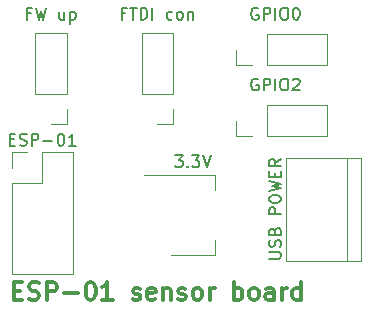
<source format=gbr>
G04 #@! TF.FileFunction,Legend,Top*
%FSLAX46Y46*%
G04 Gerber Fmt 4.6, Leading zero omitted, Abs format (unit mm)*
G04 Created by KiCad (PCBNEW 4.0.2-stable) date 11.2.2018 14.28.50*
%MOMM*%
G01*
G04 APERTURE LIST*
%ADD10C,0.100000*%
%ADD11C,0.300000*%
%ADD12C,0.120000*%
%ADD13C,0.150000*%
G04 APERTURE END LIST*
D10*
D11*
X180857144Y-134392857D02*
X181357144Y-134392857D01*
X181571430Y-135178571D02*
X180857144Y-135178571D01*
X180857144Y-133678571D01*
X181571430Y-133678571D01*
X182142858Y-135107143D02*
X182357144Y-135178571D01*
X182714287Y-135178571D01*
X182857144Y-135107143D01*
X182928573Y-135035714D01*
X183000001Y-134892857D01*
X183000001Y-134750000D01*
X182928573Y-134607143D01*
X182857144Y-134535714D01*
X182714287Y-134464286D01*
X182428573Y-134392857D01*
X182285715Y-134321429D01*
X182214287Y-134250000D01*
X182142858Y-134107143D01*
X182142858Y-133964286D01*
X182214287Y-133821429D01*
X182285715Y-133750000D01*
X182428573Y-133678571D01*
X182785715Y-133678571D01*
X183000001Y-133750000D01*
X183642858Y-135178571D02*
X183642858Y-133678571D01*
X184214286Y-133678571D01*
X184357144Y-133750000D01*
X184428572Y-133821429D01*
X184500001Y-133964286D01*
X184500001Y-134178571D01*
X184428572Y-134321429D01*
X184357144Y-134392857D01*
X184214286Y-134464286D01*
X183642858Y-134464286D01*
X185142858Y-134607143D02*
X186285715Y-134607143D01*
X187285715Y-133678571D02*
X187428572Y-133678571D01*
X187571429Y-133750000D01*
X187642858Y-133821429D01*
X187714287Y-133964286D01*
X187785715Y-134250000D01*
X187785715Y-134607143D01*
X187714287Y-134892857D01*
X187642858Y-135035714D01*
X187571429Y-135107143D01*
X187428572Y-135178571D01*
X187285715Y-135178571D01*
X187142858Y-135107143D01*
X187071429Y-135035714D01*
X187000001Y-134892857D01*
X186928572Y-134607143D01*
X186928572Y-134250000D01*
X187000001Y-133964286D01*
X187071429Y-133821429D01*
X187142858Y-133750000D01*
X187285715Y-133678571D01*
X189214286Y-135178571D02*
X188357143Y-135178571D01*
X188785715Y-135178571D02*
X188785715Y-133678571D01*
X188642858Y-133892857D01*
X188500000Y-134035714D01*
X188357143Y-134107143D01*
X190928571Y-135107143D02*
X191071428Y-135178571D01*
X191357143Y-135178571D01*
X191500000Y-135107143D01*
X191571428Y-134964286D01*
X191571428Y-134892857D01*
X191500000Y-134750000D01*
X191357143Y-134678571D01*
X191142857Y-134678571D01*
X191000000Y-134607143D01*
X190928571Y-134464286D01*
X190928571Y-134392857D01*
X191000000Y-134250000D01*
X191142857Y-134178571D01*
X191357143Y-134178571D01*
X191500000Y-134250000D01*
X192785714Y-135107143D02*
X192642857Y-135178571D01*
X192357143Y-135178571D01*
X192214286Y-135107143D01*
X192142857Y-134964286D01*
X192142857Y-134392857D01*
X192214286Y-134250000D01*
X192357143Y-134178571D01*
X192642857Y-134178571D01*
X192785714Y-134250000D01*
X192857143Y-134392857D01*
X192857143Y-134535714D01*
X192142857Y-134678571D01*
X193500000Y-134178571D02*
X193500000Y-135178571D01*
X193500000Y-134321429D02*
X193571428Y-134250000D01*
X193714286Y-134178571D01*
X193928571Y-134178571D01*
X194071428Y-134250000D01*
X194142857Y-134392857D01*
X194142857Y-135178571D01*
X194785714Y-135107143D02*
X194928571Y-135178571D01*
X195214286Y-135178571D01*
X195357143Y-135107143D01*
X195428571Y-134964286D01*
X195428571Y-134892857D01*
X195357143Y-134750000D01*
X195214286Y-134678571D01*
X195000000Y-134678571D01*
X194857143Y-134607143D01*
X194785714Y-134464286D01*
X194785714Y-134392857D01*
X194857143Y-134250000D01*
X195000000Y-134178571D01*
X195214286Y-134178571D01*
X195357143Y-134250000D01*
X196285715Y-135178571D02*
X196142857Y-135107143D01*
X196071429Y-135035714D01*
X196000000Y-134892857D01*
X196000000Y-134464286D01*
X196071429Y-134321429D01*
X196142857Y-134250000D01*
X196285715Y-134178571D01*
X196500000Y-134178571D01*
X196642857Y-134250000D01*
X196714286Y-134321429D01*
X196785715Y-134464286D01*
X196785715Y-134892857D01*
X196714286Y-135035714D01*
X196642857Y-135107143D01*
X196500000Y-135178571D01*
X196285715Y-135178571D01*
X197428572Y-135178571D02*
X197428572Y-134178571D01*
X197428572Y-134464286D02*
X197500000Y-134321429D01*
X197571429Y-134250000D01*
X197714286Y-134178571D01*
X197857143Y-134178571D01*
X199500000Y-135178571D02*
X199500000Y-133678571D01*
X199500000Y-134250000D02*
X199642857Y-134178571D01*
X199928571Y-134178571D01*
X200071428Y-134250000D01*
X200142857Y-134321429D01*
X200214286Y-134464286D01*
X200214286Y-134892857D01*
X200142857Y-135035714D01*
X200071428Y-135107143D01*
X199928571Y-135178571D01*
X199642857Y-135178571D01*
X199500000Y-135107143D01*
X201071429Y-135178571D02*
X200928571Y-135107143D01*
X200857143Y-135035714D01*
X200785714Y-134892857D01*
X200785714Y-134464286D01*
X200857143Y-134321429D01*
X200928571Y-134250000D01*
X201071429Y-134178571D01*
X201285714Y-134178571D01*
X201428571Y-134250000D01*
X201500000Y-134321429D01*
X201571429Y-134464286D01*
X201571429Y-134892857D01*
X201500000Y-135035714D01*
X201428571Y-135107143D01*
X201285714Y-135178571D01*
X201071429Y-135178571D01*
X202857143Y-135178571D02*
X202857143Y-134392857D01*
X202785714Y-134250000D01*
X202642857Y-134178571D01*
X202357143Y-134178571D01*
X202214286Y-134250000D01*
X202857143Y-135107143D02*
X202714286Y-135178571D01*
X202357143Y-135178571D01*
X202214286Y-135107143D01*
X202142857Y-134964286D01*
X202142857Y-134821429D01*
X202214286Y-134678571D01*
X202357143Y-134607143D01*
X202714286Y-134607143D01*
X202857143Y-134535714D01*
X203571429Y-135178571D02*
X203571429Y-134178571D01*
X203571429Y-134464286D02*
X203642857Y-134321429D01*
X203714286Y-134250000D01*
X203857143Y-134178571D01*
X204000000Y-134178571D01*
X205142857Y-135178571D02*
X205142857Y-133678571D01*
X205142857Y-135107143D02*
X205000000Y-135178571D01*
X204714286Y-135178571D01*
X204571428Y-135107143D01*
X204500000Y-135035714D01*
X204428571Y-134892857D01*
X204428571Y-134464286D01*
X204500000Y-134321429D01*
X204571428Y-134250000D01*
X204714286Y-134178571D01*
X205000000Y-134178571D01*
X205142857Y-134250000D01*
D12*
X210280000Y-131850000D02*
X210280000Y-123150000D01*
X203870000Y-131850000D02*
X203870000Y-123150000D01*
X203870000Y-123150000D02*
X210280000Y-123150000D01*
X209050000Y-123150000D02*
X209050000Y-131850000D01*
X210280000Y-131850000D02*
X203870000Y-131850000D01*
X180670000Y-132950000D02*
X185870000Y-132950000D01*
X180670000Y-125270000D02*
X180670000Y-132950000D01*
X185870000Y-122670000D02*
X185870000Y-132950000D01*
X180670000Y-125270000D02*
X183270000Y-125270000D01*
X183270000Y-125270000D02*
X183270000Y-122670000D01*
X183270000Y-122670000D02*
X185870000Y-122670000D01*
X180670000Y-124000000D02*
X180670000Y-122670000D01*
X180670000Y-122670000D02*
X182000000Y-122670000D01*
X194330000Y-112590000D02*
X191670000Y-112590000D01*
X194330000Y-117730000D02*
X194330000Y-112590000D01*
X191670000Y-117730000D02*
X191670000Y-112590000D01*
X194330000Y-117730000D02*
X191670000Y-117730000D01*
X194330000Y-119000000D02*
X194330000Y-120330000D01*
X194330000Y-120330000D02*
X193000000Y-120330000D01*
X207410000Y-121330000D02*
X207410000Y-118670000D01*
X202270000Y-121330000D02*
X207410000Y-121330000D01*
X202270000Y-118670000D02*
X207410000Y-118670000D01*
X202270000Y-121330000D02*
X202270000Y-118670000D01*
X201000000Y-121330000D02*
X199670000Y-121330000D01*
X199670000Y-121330000D02*
X199670000Y-120000000D01*
X207410000Y-115330000D02*
X207410000Y-112670000D01*
X202270000Y-115330000D02*
X207410000Y-115330000D01*
X202270000Y-112670000D02*
X207410000Y-112670000D01*
X202270000Y-115330000D02*
X202270000Y-112670000D01*
X201000000Y-115330000D02*
X199670000Y-115330000D01*
X199670000Y-115330000D02*
X199670000Y-114000000D01*
X185330000Y-112590000D02*
X182670000Y-112590000D01*
X185330000Y-117730000D02*
X185330000Y-112590000D01*
X182670000Y-117730000D02*
X182670000Y-112590000D01*
X185330000Y-117730000D02*
X182670000Y-117730000D01*
X185330000Y-119000000D02*
X185330000Y-120330000D01*
X185330000Y-120330000D02*
X184000000Y-120330000D01*
X197910000Y-131410000D02*
X197910000Y-130150000D01*
X197910000Y-124590000D02*
X197910000Y-125850000D01*
X194150000Y-131410000D02*
X197910000Y-131410000D01*
X191900000Y-124590000D02*
X197910000Y-124590000D01*
D13*
X202462381Y-131690476D02*
X203271905Y-131690476D01*
X203367143Y-131642857D01*
X203414762Y-131595238D01*
X203462381Y-131500000D01*
X203462381Y-131309523D01*
X203414762Y-131214285D01*
X203367143Y-131166666D01*
X203271905Y-131119047D01*
X202462381Y-131119047D01*
X203414762Y-130690476D02*
X203462381Y-130547619D01*
X203462381Y-130309523D01*
X203414762Y-130214285D01*
X203367143Y-130166666D01*
X203271905Y-130119047D01*
X203176667Y-130119047D01*
X203081429Y-130166666D01*
X203033810Y-130214285D01*
X202986190Y-130309523D01*
X202938571Y-130500000D01*
X202890952Y-130595238D01*
X202843333Y-130642857D01*
X202748095Y-130690476D01*
X202652857Y-130690476D01*
X202557619Y-130642857D01*
X202510000Y-130595238D01*
X202462381Y-130500000D01*
X202462381Y-130261904D01*
X202510000Y-130119047D01*
X202938571Y-129357142D02*
X202986190Y-129214285D01*
X203033810Y-129166666D01*
X203129048Y-129119047D01*
X203271905Y-129119047D01*
X203367143Y-129166666D01*
X203414762Y-129214285D01*
X203462381Y-129309523D01*
X203462381Y-129690476D01*
X202462381Y-129690476D01*
X202462381Y-129357142D01*
X202510000Y-129261904D01*
X202557619Y-129214285D01*
X202652857Y-129166666D01*
X202748095Y-129166666D01*
X202843333Y-129214285D01*
X202890952Y-129261904D01*
X202938571Y-129357142D01*
X202938571Y-129690476D01*
X203462381Y-127928571D02*
X202462381Y-127928571D01*
X202462381Y-127547618D01*
X202510000Y-127452380D01*
X202557619Y-127404761D01*
X202652857Y-127357142D01*
X202795714Y-127357142D01*
X202890952Y-127404761D01*
X202938571Y-127452380D01*
X202986190Y-127547618D01*
X202986190Y-127928571D01*
X202462381Y-126738095D02*
X202462381Y-126547618D01*
X202510000Y-126452380D01*
X202605238Y-126357142D01*
X202795714Y-126309523D01*
X203129048Y-126309523D01*
X203319524Y-126357142D01*
X203414762Y-126452380D01*
X203462381Y-126547618D01*
X203462381Y-126738095D01*
X203414762Y-126833333D01*
X203319524Y-126928571D01*
X203129048Y-126976190D01*
X202795714Y-126976190D01*
X202605238Y-126928571D01*
X202510000Y-126833333D01*
X202462381Y-126738095D01*
X202462381Y-125976190D02*
X203462381Y-125738095D01*
X202748095Y-125547618D01*
X203462381Y-125357142D01*
X202462381Y-125119047D01*
X202938571Y-124738095D02*
X202938571Y-124404761D01*
X203462381Y-124261904D02*
X203462381Y-124738095D01*
X202462381Y-124738095D01*
X202462381Y-124261904D01*
X203462381Y-123261904D02*
X202986190Y-123595238D01*
X203462381Y-123833333D02*
X202462381Y-123833333D01*
X202462381Y-123452380D01*
X202510000Y-123357142D01*
X202557619Y-123309523D01*
X202652857Y-123261904D01*
X202795714Y-123261904D01*
X202890952Y-123309523D01*
X202938571Y-123357142D01*
X202986190Y-123452380D01*
X202986190Y-123833333D01*
X180508095Y-121598571D02*
X180841429Y-121598571D01*
X180984286Y-122122381D02*
X180508095Y-122122381D01*
X180508095Y-121122381D01*
X180984286Y-121122381D01*
X181365238Y-122074762D02*
X181508095Y-122122381D01*
X181746191Y-122122381D01*
X181841429Y-122074762D01*
X181889048Y-122027143D01*
X181936667Y-121931905D01*
X181936667Y-121836667D01*
X181889048Y-121741429D01*
X181841429Y-121693810D01*
X181746191Y-121646190D01*
X181555714Y-121598571D01*
X181460476Y-121550952D01*
X181412857Y-121503333D01*
X181365238Y-121408095D01*
X181365238Y-121312857D01*
X181412857Y-121217619D01*
X181460476Y-121170000D01*
X181555714Y-121122381D01*
X181793810Y-121122381D01*
X181936667Y-121170000D01*
X182365238Y-122122381D02*
X182365238Y-121122381D01*
X182746191Y-121122381D01*
X182841429Y-121170000D01*
X182889048Y-121217619D01*
X182936667Y-121312857D01*
X182936667Y-121455714D01*
X182889048Y-121550952D01*
X182841429Y-121598571D01*
X182746191Y-121646190D01*
X182365238Y-121646190D01*
X183365238Y-121741429D02*
X184127143Y-121741429D01*
X184793809Y-121122381D02*
X184889048Y-121122381D01*
X184984286Y-121170000D01*
X185031905Y-121217619D01*
X185079524Y-121312857D01*
X185127143Y-121503333D01*
X185127143Y-121741429D01*
X185079524Y-121931905D01*
X185031905Y-122027143D01*
X184984286Y-122074762D01*
X184889048Y-122122381D01*
X184793809Y-122122381D01*
X184698571Y-122074762D01*
X184650952Y-122027143D01*
X184603333Y-121931905D01*
X184555714Y-121741429D01*
X184555714Y-121503333D01*
X184603333Y-121312857D01*
X184650952Y-121217619D01*
X184698571Y-121170000D01*
X184793809Y-121122381D01*
X186079524Y-122122381D02*
X185508095Y-122122381D01*
X185793809Y-122122381D02*
X185793809Y-121122381D01*
X185698571Y-121265238D01*
X185603333Y-121360476D01*
X185508095Y-121408095D01*
X190309524Y-110928571D02*
X189976190Y-110928571D01*
X189976190Y-111452381D02*
X189976190Y-110452381D01*
X190452381Y-110452381D01*
X190690476Y-110452381D02*
X191261905Y-110452381D01*
X190976190Y-111452381D02*
X190976190Y-110452381D01*
X191595238Y-111452381D02*
X191595238Y-110452381D01*
X191833333Y-110452381D01*
X191976191Y-110500000D01*
X192071429Y-110595238D01*
X192119048Y-110690476D01*
X192166667Y-110880952D01*
X192166667Y-111023810D01*
X192119048Y-111214286D01*
X192071429Y-111309524D01*
X191976191Y-111404762D01*
X191833333Y-111452381D01*
X191595238Y-111452381D01*
X192595238Y-111452381D02*
X192595238Y-110452381D01*
X194261905Y-111404762D02*
X194166667Y-111452381D01*
X193976190Y-111452381D01*
X193880952Y-111404762D01*
X193833333Y-111357143D01*
X193785714Y-111261905D01*
X193785714Y-110976190D01*
X193833333Y-110880952D01*
X193880952Y-110833333D01*
X193976190Y-110785714D01*
X194166667Y-110785714D01*
X194261905Y-110833333D01*
X194833333Y-111452381D02*
X194738095Y-111404762D01*
X194690476Y-111357143D01*
X194642857Y-111261905D01*
X194642857Y-110976190D01*
X194690476Y-110880952D01*
X194738095Y-110833333D01*
X194833333Y-110785714D01*
X194976191Y-110785714D01*
X195071429Y-110833333D01*
X195119048Y-110880952D01*
X195166667Y-110976190D01*
X195166667Y-111261905D01*
X195119048Y-111357143D01*
X195071429Y-111404762D01*
X194976191Y-111452381D01*
X194833333Y-111452381D01*
X195595238Y-110785714D02*
X195595238Y-111452381D01*
X195595238Y-110880952D02*
X195642857Y-110833333D01*
X195738095Y-110785714D01*
X195880953Y-110785714D01*
X195976191Y-110833333D01*
X196023810Y-110928571D01*
X196023810Y-111452381D01*
X201523810Y-116500000D02*
X201428572Y-116452381D01*
X201285715Y-116452381D01*
X201142857Y-116500000D01*
X201047619Y-116595238D01*
X201000000Y-116690476D01*
X200952381Y-116880952D01*
X200952381Y-117023810D01*
X201000000Y-117214286D01*
X201047619Y-117309524D01*
X201142857Y-117404762D01*
X201285715Y-117452381D01*
X201380953Y-117452381D01*
X201523810Y-117404762D01*
X201571429Y-117357143D01*
X201571429Y-117023810D01*
X201380953Y-117023810D01*
X202000000Y-117452381D02*
X202000000Y-116452381D01*
X202380953Y-116452381D01*
X202476191Y-116500000D01*
X202523810Y-116547619D01*
X202571429Y-116642857D01*
X202571429Y-116785714D01*
X202523810Y-116880952D01*
X202476191Y-116928571D01*
X202380953Y-116976190D01*
X202000000Y-116976190D01*
X203000000Y-117452381D02*
X203000000Y-116452381D01*
X203666666Y-116452381D02*
X203857143Y-116452381D01*
X203952381Y-116500000D01*
X204047619Y-116595238D01*
X204095238Y-116785714D01*
X204095238Y-117119048D01*
X204047619Y-117309524D01*
X203952381Y-117404762D01*
X203857143Y-117452381D01*
X203666666Y-117452381D01*
X203571428Y-117404762D01*
X203476190Y-117309524D01*
X203428571Y-117119048D01*
X203428571Y-116785714D01*
X203476190Y-116595238D01*
X203571428Y-116500000D01*
X203666666Y-116452381D01*
X204476190Y-116547619D02*
X204523809Y-116500000D01*
X204619047Y-116452381D01*
X204857143Y-116452381D01*
X204952381Y-116500000D01*
X205000000Y-116547619D01*
X205047619Y-116642857D01*
X205047619Y-116738095D01*
X205000000Y-116880952D01*
X204428571Y-117452381D01*
X205047619Y-117452381D01*
X201523810Y-110500000D02*
X201428572Y-110452381D01*
X201285715Y-110452381D01*
X201142857Y-110500000D01*
X201047619Y-110595238D01*
X201000000Y-110690476D01*
X200952381Y-110880952D01*
X200952381Y-111023810D01*
X201000000Y-111214286D01*
X201047619Y-111309524D01*
X201142857Y-111404762D01*
X201285715Y-111452381D01*
X201380953Y-111452381D01*
X201523810Y-111404762D01*
X201571429Y-111357143D01*
X201571429Y-111023810D01*
X201380953Y-111023810D01*
X202000000Y-111452381D02*
X202000000Y-110452381D01*
X202380953Y-110452381D01*
X202476191Y-110500000D01*
X202523810Y-110547619D01*
X202571429Y-110642857D01*
X202571429Y-110785714D01*
X202523810Y-110880952D01*
X202476191Y-110928571D01*
X202380953Y-110976190D01*
X202000000Y-110976190D01*
X203000000Y-111452381D02*
X203000000Y-110452381D01*
X203666666Y-110452381D02*
X203857143Y-110452381D01*
X203952381Y-110500000D01*
X204047619Y-110595238D01*
X204095238Y-110785714D01*
X204095238Y-111119048D01*
X204047619Y-111309524D01*
X203952381Y-111404762D01*
X203857143Y-111452381D01*
X203666666Y-111452381D01*
X203571428Y-111404762D01*
X203476190Y-111309524D01*
X203428571Y-111119048D01*
X203428571Y-110785714D01*
X203476190Y-110595238D01*
X203571428Y-110500000D01*
X203666666Y-110452381D01*
X204714285Y-110452381D02*
X204809524Y-110452381D01*
X204904762Y-110500000D01*
X204952381Y-110547619D01*
X205000000Y-110642857D01*
X205047619Y-110833333D01*
X205047619Y-111071429D01*
X205000000Y-111261905D01*
X204952381Y-111357143D01*
X204904762Y-111404762D01*
X204809524Y-111452381D01*
X204714285Y-111452381D01*
X204619047Y-111404762D01*
X204571428Y-111357143D01*
X204523809Y-111261905D01*
X204476190Y-111071429D01*
X204476190Y-110833333D01*
X204523809Y-110642857D01*
X204571428Y-110547619D01*
X204619047Y-110500000D01*
X204714285Y-110452381D01*
X182285715Y-110928571D02*
X181952381Y-110928571D01*
X181952381Y-111452381D02*
X181952381Y-110452381D01*
X182428572Y-110452381D01*
X182714286Y-110452381D02*
X182952381Y-111452381D01*
X183142858Y-110738095D01*
X183333334Y-111452381D01*
X183571429Y-110452381D01*
X185142858Y-110785714D02*
X185142858Y-111452381D01*
X184714286Y-110785714D02*
X184714286Y-111309524D01*
X184761905Y-111404762D01*
X184857143Y-111452381D01*
X185000001Y-111452381D01*
X185095239Y-111404762D01*
X185142858Y-111357143D01*
X185619048Y-110785714D02*
X185619048Y-111785714D01*
X185619048Y-110833333D02*
X185714286Y-110785714D01*
X185904763Y-110785714D01*
X186000001Y-110833333D01*
X186047620Y-110880952D01*
X186095239Y-110976190D01*
X186095239Y-111261905D01*
X186047620Y-111357143D01*
X186000001Y-111404762D01*
X185904763Y-111452381D01*
X185714286Y-111452381D01*
X185619048Y-111404762D01*
X194523810Y-122952381D02*
X195142858Y-122952381D01*
X194809524Y-123333333D01*
X194952382Y-123333333D01*
X195047620Y-123380952D01*
X195095239Y-123428571D01*
X195142858Y-123523810D01*
X195142858Y-123761905D01*
X195095239Y-123857143D01*
X195047620Y-123904762D01*
X194952382Y-123952381D01*
X194666667Y-123952381D01*
X194571429Y-123904762D01*
X194523810Y-123857143D01*
X195571429Y-123857143D02*
X195619048Y-123904762D01*
X195571429Y-123952381D01*
X195523810Y-123904762D01*
X195571429Y-123857143D01*
X195571429Y-123952381D01*
X195952381Y-122952381D02*
X196571429Y-122952381D01*
X196238095Y-123333333D01*
X196380953Y-123333333D01*
X196476191Y-123380952D01*
X196523810Y-123428571D01*
X196571429Y-123523810D01*
X196571429Y-123761905D01*
X196523810Y-123857143D01*
X196476191Y-123904762D01*
X196380953Y-123952381D01*
X196095238Y-123952381D01*
X196000000Y-123904762D01*
X195952381Y-123857143D01*
X196857143Y-122952381D02*
X197190476Y-123952381D01*
X197523810Y-122952381D01*
M02*

</source>
